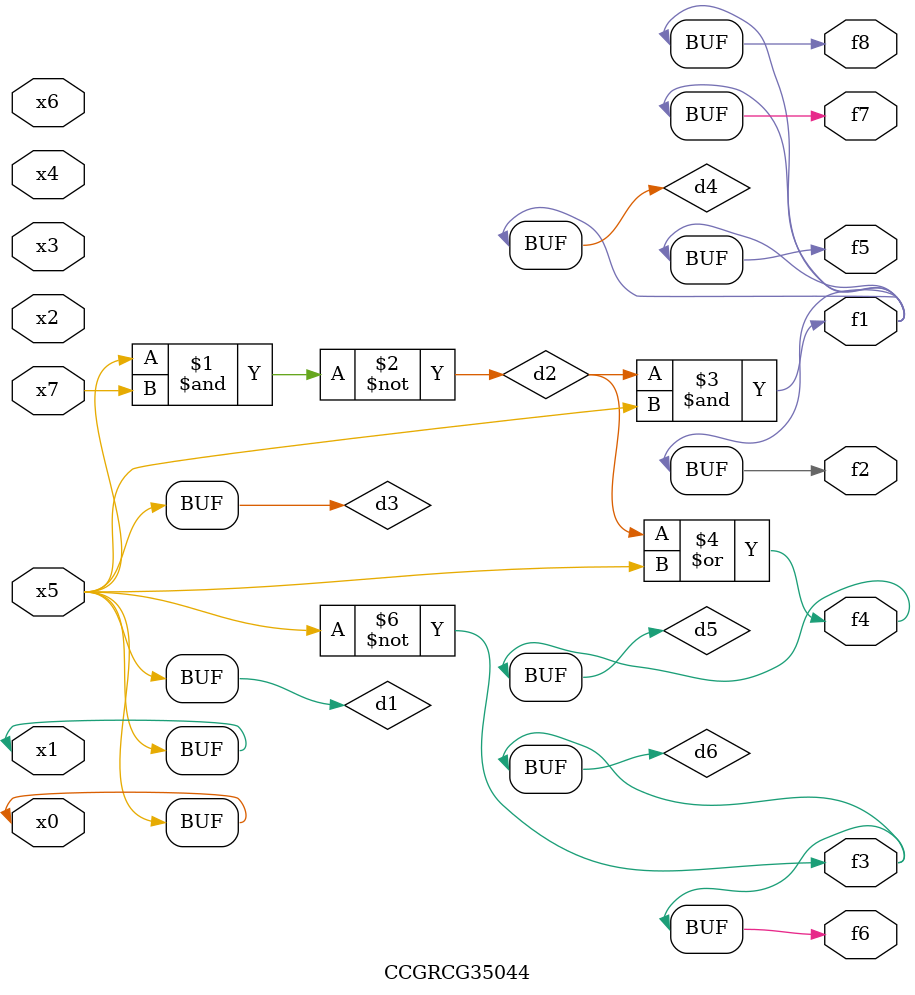
<source format=v>
module CCGRCG35044(
	input x0, x1, x2, x3, x4, x5, x6, x7,
	output f1, f2, f3, f4, f5, f6, f7, f8
);

	wire d1, d2, d3, d4, d5, d6;

	buf (d1, x0, x5);
	nand (d2, x5, x7);
	buf (d3, x0, x1);
	and (d4, d2, d3);
	or (d5, d2, d3);
	nor (d6, d1, d3);
	assign f1 = d4;
	assign f2 = d4;
	assign f3 = d6;
	assign f4 = d5;
	assign f5 = d4;
	assign f6 = d6;
	assign f7 = d4;
	assign f8 = d4;
endmodule

</source>
